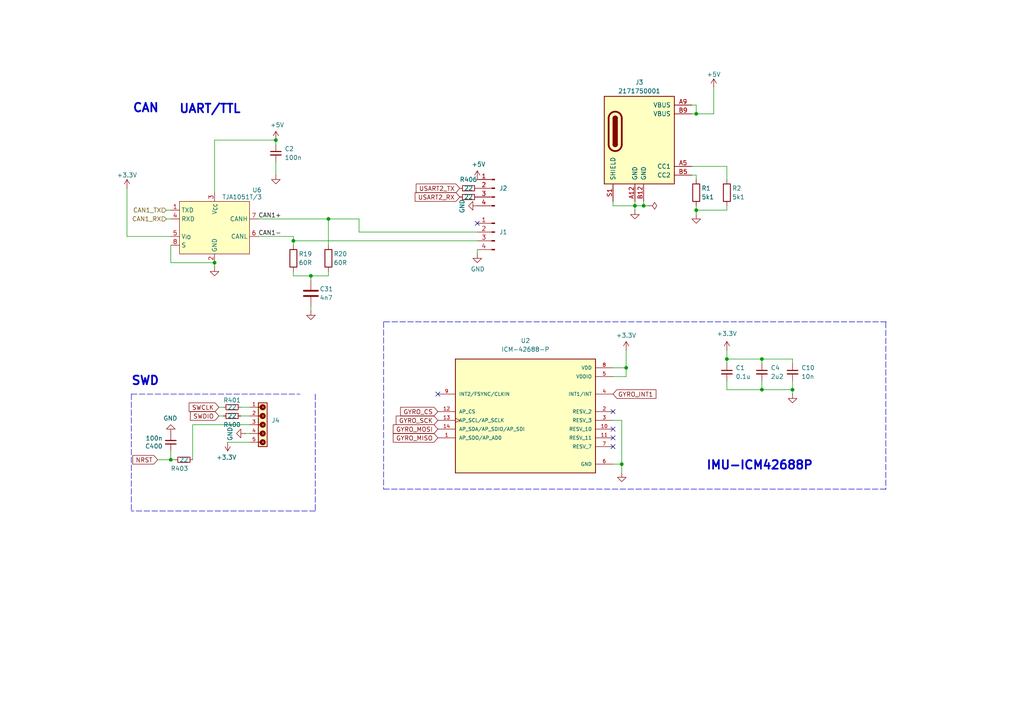
<source format=kicad_sch>
(kicad_sch (version 20250114) (generator "eeschema") (generator_version "9.0")
  (paper "A4")
  (lib_symbols
    (symbol "CONN-HEADER-VERT-5POS-2.54MM:6130XX11121_61300511121" (pin_names (offset 1.016))
      (property "Reference" "J" (at -7.62 -1.778 0))
      (property "Value" "6130XX11121_61300511121" (at -7.62 -5.08 0))
      (symbol "6130XX11121_61300511121_0_0"
        (rectangle (start -6.35 -2.54) (end 6.35 0) (stroke (width 0.254)) (fill (type background)))
        (circle (center -5.08 -1.27) (radius 0.254) (stroke (width 0.635)))
        (polyline (pts (xy -5.08 -1.27) (xy -5.08 -2.54)) (stroke (width 0.254)))
        (circle (center -2.54 -1.27) (radius 0.254) (stroke (width 0.635)))
        (polyline (pts (xy -2.54 -1.27) (xy -2.54 -2.54)) (stroke (width 0.254)))
        (polyline (pts (xy 0 -1.27) (xy 0 -2.54)) (stroke (width 0.254)))
        (circle (center 0 -1.27) (radius 0.254) (stroke (width 0.635)))
        (polyline (pts (xy 2.54 -1.27) (xy 2.54 -2.54)) (stroke (width 0.254)))
        (circle (center 2.54 -1.27) (radius 0.254) (stroke (width 0.635)))
        (polyline (pts (xy 5.08 -1.27) (xy 5.08 -2.54)) (stroke (width 0.254)))
        (circle (center 5.08 -1.27) (radius 0.254) (stroke (width 0.635)))
        (pin passive line (at -5.08 -5.08 90) (length 2.54) (name "~") (number "1"))
        (pin passive line (at -2.54 -5.08 90) (length 2.54) (name "~") (number "2"))
        (pin passive line (at 0 -5.08 90) (length 2.54) (name "~") (number "3"))
        (pin passive line (at 2.54 -5.08 90) (length 2.54) (name "~") (number "4"))
        (pin passive line (at 5.08 -5.08 90) (length 2.54) (name "~") (number "5"))
      )
    )
    (symbol "Connector:Conn_01x04_Pin" (pin_names (offset 1.016) (hide yes))
      (property "Reference" "J" (at 0 5.08 0))
      (property "Value" "Conn_01x04_Pin" (at 0 -7.62 0))
      (symbol "Conn_01x04_Pin_1_1"
        (rectangle (start 0.8636 2.667) (end 0 2.413) (stroke (width 0.1524)) (fill (type outline)))
        (rectangle (start 0.8636 0.127) (end 0 -0.127) (stroke (width 0.1524)) (fill (type outline)))
        (rectangle (start 0.8636 -2.413) (end 0 -2.667) (stroke (width 0.1524)) (fill (type outline)))
        (rectangle (start 0.8636 -4.953) (end 0 -5.207) (stroke (width 0.1524)) (fill (type outline)))
        (polyline (pts (xy 1.27 2.54) (xy 0.8636 2.54)) (stroke (width 0.1524)))
        (polyline (pts (xy 1.27 0) (xy 0.8636 0)) (stroke (width 0.1524)))
        (polyline (pts (xy 1.27 -2.54) (xy 0.8636 -2.54)) (stroke (width 0.1524)))
        (polyline (pts (xy 1.27 -5.08) (xy 0.8636 -5.08)) (stroke (width 0.1524)))
        (pin passive line (at 5.08 2.54 180) (length 3.81) (name "Pin_1") (number "1"))
        (pin passive line (at 5.08 0 180) (length 3.81) (name "Pin_2") (number "2"))
        (pin passive line (at 5.08 -2.54 180) (length 3.81) (name "Pin_3") (number "3"))
        (pin passive line (at 5.08 -5.08 180) (length 3.81) (name "Pin_4") (number "4"))
      )
    )
    (symbol "Device:C" (pin_numbers (hide yes)) (pin_names (offset 0.254))
      (property "Reference" "C" (at 0.635 2.54 0))
      (property "Value" "C" (at 0.635 -2.54 0))
      (symbol "C_0_1"
        (polyline (pts (xy -2.032 0.762) (xy 2.032 0.762)) (stroke (width 0.508)))
        (polyline (pts (xy -2.032 -0.762) (xy 2.032 -0.762)) (stroke (width 0.508)))
      )
      (symbol "C_1_1"
        (pin passive line (at 0 3.81 270) (length 2.794) (name "~") (number "1"))
        (pin passive line (at 0 -3.81 90) (length 2.794) (name "~") (number "2"))
      )
    )
    (symbol "Device:C_Small" (pin_numbers (hide yes)) (pin_names (offset 0.254) (hide yes))
      (property "Reference" "C" (at 0.254 1.778 0))
      (property "Value" "C_Small" (at 0.254 -2.032 0))
      (symbol "C_Small_0_1"
        (polyline (pts (xy -1.524 0.508) (xy 1.524 0.508)) (stroke (width 0.3048)))
        (polyline (pts (xy -1.524 -0.508) (xy 1.524 -0.508)) (stroke (width 0.3302)))
      )
      (symbol "C_Small_1_1"
        (pin passive line (at 0 2.54 270) (length 2.032) (name "~") (number "1"))
        (pin passive line (at 0 -2.54 90) (length 2.032) (name "~") (number "2"))
      )
    )
    (symbol "Device:R" (pin_numbers (hide yes)) (pin_names (offset 0))
      (property "Reference" "R" (at 2.032 0 90))
      (property "Value" "R" (at 0 0 90))
      (symbol "R_0_1"
        (rectangle (start -1.016 -2.54) (end 1.016 2.54) (stroke (width 0.254)))
      )
      (symbol "R_1_1"
        (pin passive line (at 0 3.81 270) (length 1.27) (name "~") (number "1"))
        (pin passive line (at 0 -3.81 90) (length 1.27) (name "~") (number "2"))
      )
    )
    (symbol "Device:R_Small" (pin_numbers (hide yes)) (pin_names (offset 0.254) (hide yes))
      (property "Reference" "R" (at 0 0 90))
      (property "Value" "R_Small" (at 1.778 0 90))
      (symbol "R_Small_0_1"
        (rectangle (start -0.762 1.778) (end 0.762 -1.778) (stroke (width 0.2032)))
      )
      (symbol "R_Small_1_1"
        (pin passive line (at 0 2.54 270) (length 0.762) (name "~") (number "1"))
        (pin passive line (at 0 -2.54 90) (length 0.762) (name "~") (number "2"))
      )
    )
    (symbol "ICM-42688-P:ICM-42688-P" (pin_names (offset 1.016))
      (property "Reference" "U" (at -20.32 16.002 0))
      (property "Value" "ICM-42688-P" (at -20.32 -20.32 0))
      (symbol "ICM-42688-P_0_0"
        (rectangle (start -20.32 -17.78) (end 20.32 15.24) (stroke (width 0.254)) (fill (type background)))
        (pin bidirectional line (at -25.4 5.08 0) (length 5.08) (name "INT2/FSYNC/CLKIN") (number "9"))
        (pin input line (at -25.4 0 0) (length 5.08) (name "AP_CS") (number "12"))
        (pin input clock (at -25.4 -2.54 0) (length 5.08) (name "AP_SCL/AP_SCLK") (number "13"))
        (pin bidirectional line (at -25.4 -5.08 0) (length 5.08) (name "AP_SDA/AP_SDIO/AP_SDI") (number "14"))
        (pin bidirectional line (at -25.4 -7.62 0) (length 5.08) (name "AP_SDO/AP_AD0") (number "1"))
        (pin power_in line (at 25.4 12.7 180) (length 5.08) (name "VDD") (number "8"))
        (pin power_in line (at 25.4 10.16 180) (length 5.08) (name "VDDIO") (number "5"))
        (pin output line (at 25.4 5.08 180) (length 5.08) (name "INT1/INT") (number "4"))
        (pin passive line (at 25.4 0 180) (length 5.08) (name "RESV_2") (number "2"))
        (pin passive line (at 25.4 -2.54 180) (length 5.08) (name "RESV_3") (number "3"))
        (pin passive line (at 25.4 -5.08 180) (length 5.08) (name "RESV_10") (number "10"))
        (pin passive line (at 25.4 -7.62 180) (length 5.08) (name "RESV_11") (number "11"))
        (pin passive line (at 25.4 -10.16 180) (length 5.08) (name "RESV_7") (number "7"))
        (pin power_in line (at 25.4 -15.24 180) (length 5.08) (name "GND") (number "6"))
      )
    )
    (symbol "common:molex_2171750001_usb_c_6p" (pin_names (offset 1.016))
      (property "Reference" "J" (at 0 16.51 0))
      (property "Value" "2171750001" (at 0 13.97 0))
      (symbol "molex_2171750001_usb_c_6p_0_1"
        (rectangle (start -10.16 12.7) (end 10.16 -12.7) (stroke (width 0.254)) (fill (type background)))
        (polyline (pts (xy -8.89 -1.27) (xy -8.89 6.35)) (stroke (width 0.508)))
        (rectangle (start -7.62 -1.27) (end -6.35 6.35) (stroke (width 0.254)) (fill (type outline)))
        (arc (start -7.62 6.35) (mid -6.985 6.9823) (end -6.35 6.35) (stroke (width 0.254)))
        (arc (start -7.62 6.35) (mid -6.985 6.9823) (end -6.35 6.35) (stroke (width 0.254)) (fill (type outline)))
        (arc (start -8.89 6.35) (mid -6.985 8.2467) (end -5.08 6.35) (stroke (width 0.508)))
        (arc (start -5.08 -1.27) (mid -6.985 -3.1667) (end -8.89 -1.27) (stroke (width 0.508)))
        (arc (start -6.35 -1.27) (mid -6.985 -1.9023) (end -7.62 -1.27) (stroke (width 0.254)))
        (arc (start -6.35 -1.27) (mid -6.985 -1.9023) (end -7.62 -1.27) (stroke (width 0.254)) (fill (type outline)))
        (polyline (pts (xy -5.08 6.35) (xy -5.08 -1.27)) (stroke (width 0.508)))
      )
      (symbol "molex_2171750001_usb_c_6p_1_1"
        (pin passive line (at -7.62 -17.78 90) (length 5.08) (name "SHIELD") (number "S1"))
        (pin passive line (at -1.27 -17.78 90) (length 5.08) (name "GND") (number "A12"))
        (pin passive line (at 1.27 -17.78 90) (length 5.08) (name "GND") (number "B12"))
        (pin passive line (at 15.24 10.16 180) (length 5.08) (name "VBUS") (number "A9"))
        (pin passive line (at 15.24 7.62 180) (length 5.08) (name "VBUS") (number "B9"))
        (pin bidirectional line (at 15.24 -7.62 180) (length 5.08) (name "CC1") (number "A5"))
        (pin bidirectional line (at 15.24 -10.16 180) (length 5.08) (name "CC2") (number "B5"))
      )
    )
    (symbol "nxp:tja1051t-3"
      (property "Reference" "U" (at 2.54 11.43 0))
      (property "Value" "TJA1051T/3" (at 2.54 8.89 0))
      (symbol "tja1051t-3_1_1"
        (rectangle (start -10.16 7.62) (end 10.16 -7.62) (fill (type background)))
        (pin input line (at -12.7 5.08 0) (length 2.54) (name "TXD") (number "1"))
        (pin output line (at -12.7 2.54 0) (length 2.54) (name "RXD") (number "4"))
        (pin power_in line (at -12.7 -2.54 0) (length 2.54) (name "V_{IO}") (number "5"))
        (pin input line (at -12.7 -5.08 0) (length 2.54) (name "S") (number "8"))
        (pin power_in line (at 0 10.16 270) (length 2.54) (name "V_{CC}") (number "3"))
        (pin power_in line (at 0 -10.16 90) (length 2.54) (name "GND") (number "2"))
        (pin bidirectional line (at 12.7 2.54 180) (length 2.54) (name "CANH") (number "7"))
        (pin bidirectional line (at 12.7 -2.54 180) (length 2.54) (name "CANL") (number "6"))
      )
    )
    (symbol "power:+3.3V" (power) (pin_numbers (hide yes)) (pin_names (offset 0) (hide yes))
      (property "Value" "+3.3V" (at 0 3.556 0))
      (symbol "+3.3V_0_1"
        (polyline (pts (xy -0.762 1.27) (xy 0 2.54)))
        (polyline (pts (xy 0 2.54) (xy 0.762 1.27)))
        (polyline (pts (xy 0 0) (xy 0 2.54)))
      )
      (symbol "+3.3V_1_1"
        (pin power_in line (at 0 0 90) (length 0) (name "~") (number "1"))
      )
    )
    (symbol "power:+3V3" (power) (pin_numbers (hide yes)) (pin_names (offset 0) (hide yes))
      (property "Value" "+3V3" (at 0 3.556 0))
      (symbol "+3V3_0_1"
        (polyline (pts (xy -0.762 1.27) (xy 0 2.54)))
        (polyline (pts (xy 0 2.54) (xy 0.762 1.27)))
        (polyline (pts (xy 0 0) (xy 0 2.54)))
      )
      (symbol "+3V3_1_1"
        (pin power_in line (at 0 0 90) (length 0) (name "~") (number "1"))
      )
    )
    (symbol "power:+5V" (power) (pin_numbers (hide yes)) (pin_names (offset 0) (hide yes))
      (property "Value" "+5V" (at 0 3.556 0))
      (symbol "+5V_0_1"
        (polyline (pts (xy -0.762 1.27) (xy 0 2.54)))
        (polyline (pts (xy 0 2.54) (xy 0.762 1.27)))
        (polyline (pts (xy 0 0) (xy 0 2.54)))
      )
      (symbol "+5V_1_1"
        (pin power_in line (at 0 0 90) (length 0) (name "~") (number "1"))
      )
    )
    (symbol "power:GND" (power) (pin_numbers (hide yes)) (pin_names (offset 0) (hide yes))
      (property "Value" "GND" (at 0 -3.81 0))
      (symbol "GND_0_1"
        (polyline (pts (xy 0 0) (xy 0 -1.27) (xy 1.27 -1.27) (xy 0 -2.54) (xy -1.27 -1.27) (xy 0 -1.27)))
      )
      (symbol "GND_1_1"
        (pin power_in line (at 0 0 270) (length 0) (name "~") (number "1"))
      )
    )
    (symbol "power:PWR_FLAG" (power) (pin_numbers (hide yes)) (pin_names (offset 0) (hide yes))
      (property "Value" "PWR_FLAG" (at 0 3.81 0))
      (symbol "PWR_FLAG_0_0"
        (pin power_out line (at 0 0 90) (length 0) (name "~") (number "1"))
      )
      (symbol "PWR_FLAG_0_1"
        (polyline (pts (xy 0 0) (xy 0 1.27) (xy -1.016 1.905) (xy 0 2.54) (xy 1.016 1.905) (xy 0 1.27)))
      )
    )
  )
  (text "SWD" (at 37.973 112.014 0) (effects (font (size 2.4892 2.4892) (thickness 0.4978) (bold yes)) (justify left bottom)))
  (text "IMU-ICM42688P\n" (at 204.724 136.525 0) (effects (font (size 2.4892 2.4892) (thickness 0.4978) (bold yes)) (justify left bottom)))
  (text "CAN\n" (at 38.354 32.893 0) (effects (font (size 2.4892 2.4892) (thickness 0.4978) (bold yes)) (justify left bottom)))
  (text "UART/TTL" (at 51.816 33.147 0) (effects (font (size 2.4892 2.4892) (thickness 0.4978) (bold yes)) (justify left bottom)))
  (junction (at 95.25 63.5))
  (junction (at 90.17 80.01))
  (junction (at 184.15 59.69))
  (junction (at 220.98 104.14))
  (junction (at 201.93 60.96))
  (junction (at 210.82 104.14))
  (junction (at 220.98 113.03))
  (junction (at 62.23 76.2))
  (junction (at 49.53 133.35))
  (junction (at 180.34 134.62))
  (junction (at 186.69 59.69))
  (junction (at 229.87 113.03))
  (junction (at 80.01 40.64))
  (junction (at 201.93 33.02))
  (junction (at 85.09 69.85))
  (junction (at 181.61 106.68))
  (no_connect (at 138.43 64.77))
  (no_connect (at 177.8 129.54))
  (no_connect (at 177.8 119.38))
  (no_connect (at 127 114.3))
  (no_connect (at 177.8 124.46))
  (no_connect (at 177.8 127))
  (polyline (pts (xy 38.1 114.3) (xy 86.995 114.3)) (stroke (width 0) (type dash)))
  (wire (pts (xy 184.15 58.42) (xy 184.15 59.69)))
  (wire (pts (xy 74.93 68.58) (xy 85.09 68.58)))
  (wire (pts (xy 85.09 68.58) (xy 85.09 69.85)))
  (polyline (pts (xy 91.44 148.209) (xy 38.1 148.209)) (stroke (width 0) (type dash)))
  (wire (pts (xy 201.93 59.69) (xy 201.93 60.96)))
  (wire (pts (xy 62.23 77.47) (xy 62.23 76.2)))
  (wire (pts (xy 200.66 30.48) (xy 201.93 30.48)))
  (polyline (pts (xy 256.921 93.472) (xy 256.921 141.986)) (stroke (width 0) (type dash)))
  (wire (pts (xy 90.17 80.01) (xy 95.25 80.01)))
  (wire (pts (xy 177.8 134.62) (xy 180.34 134.62)))
  (wire (pts (xy 210.82 59.69) (xy 210.82 60.96)))
  (wire (pts (xy 45.72 133.35) (xy 49.53 133.35)))
  (wire (pts (xy 72.39 125.73) (xy 71.12 125.73)))
  (wire (pts (xy 207.01 25.4) (xy 207.01 33.02)))
  (wire (pts (xy 49.53 133.35) (xy 50.8 133.35)))
  (wire (pts (xy 95.25 63.5) (xy 95.25 71.12)))
  (wire (pts (xy 69.85 120.65) (xy 72.39 120.65)))
  (polyline (pts (xy 38.1 147.955) (xy 38.1 114.3)) (stroke (width 0) (type dash)))
  (wire (pts (xy 95.25 80.01) (xy 95.25 78.74)))
  (wire (pts (xy 200.66 33.02) (xy 201.93 33.02)))
  (wire (pts (xy 104.14 63.5) (xy 104.14 67.31)))
  (wire (pts (xy 180.34 121.92) (xy 180.34 134.62)))
  (wire (pts (xy 177.8 121.92) (xy 180.34 121.92)))
  (wire (pts (xy 74.93 63.5) (xy 95.25 63.5)))
  (wire (pts (xy 90.17 90.17) (xy 90.17 88.9)))
  (wire (pts (xy 229.87 110.49) (xy 229.87 113.03)))
  (wire (pts (xy 62.23 40.64) (xy 62.23 55.88)))
  (wire (pts (xy 177.8 58.42) (xy 177.8 59.69)))
  (wire (pts (xy 180.34 134.62) (xy 180.34 137.16)))
  (wire (pts (xy 201.93 50.8) (xy 201.93 52.07)))
  (wire (pts (xy 55.88 133.35) (xy 55.88 123.19)))
  (wire (pts (xy 80.01 40.64) (xy 62.23 40.64)))
  (wire (pts (xy 181.61 101.6) (xy 181.61 106.68)))
  (wire (pts (xy 229.87 114.3) (xy 229.87 113.03)))
  (wire (pts (xy 36.83 54.61) (xy 36.83 68.58)))
  (polyline (pts (xy 111.379 93.345) (xy 257.175 93.345)) (stroke (width 0) (type dash)))
  (wire (pts (xy 186.69 58.42) (xy 186.69 59.69)))
  (wire (pts (xy 63.5 120.65) (xy 64.77 120.65)))
  (wire (pts (xy 95.25 63.5) (xy 104.14 63.5)))
  (wire (pts (xy 177.8 59.69) (xy 184.15 59.69)))
  (wire (pts (xy 177.8 106.68) (xy 181.61 106.68)))
  (wire (pts (xy 186.69 59.69) (xy 187.96 59.69)))
  (polyline (pts (xy 91.44 114.3) (xy 91.44 148.209)) (stroke (width 0) (type dash)))
  (wire (pts (xy 69.85 118.11) (xy 72.39 118.11)))
  (wire (pts (xy 229.87 105.41) (xy 229.87 104.14)))
  (wire (pts (xy 210.82 104.14) (xy 220.98 104.14)))
  (wire (pts (xy 201.93 50.8) (xy 200.66 50.8)))
  (wire (pts (xy 201.93 60.96) (xy 210.82 60.96)))
  (wire (pts (xy 63.5 118.11) (xy 64.77 118.11)))
  (wire (pts (xy 66.04 128.27) (xy 72.39 128.27)))
  (wire (pts (xy 201.93 30.48) (xy 201.93 33.02)))
  (wire (pts (xy 48.26 63.5) (xy 49.53 63.5)))
  (wire (pts (xy 220.98 104.14) (xy 220.98 105.41)))
  (wire (pts (xy 210.82 48.26) (xy 210.82 52.07)))
  (wire (pts (xy 177.8 109.22) (xy 181.61 109.22)))
  (wire (pts (xy 184.15 59.69) (xy 184.15 60.96)))
  (wire (pts (xy 48.26 60.96) (xy 49.53 60.96)))
  (wire (pts (xy 90.17 80.01) (xy 90.17 81.28)))
  (wire (pts (xy 210.82 113.03) (xy 220.98 113.03)))
  (wire (pts (xy 49.53 71.12) (xy 49.53 76.2)))
  (wire (pts (xy 85.09 80.01) (xy 90.17 80.01)))
  (wire (pts (xy 210.82 110.49) (xy 210.82 113.03)))
  (wire (pts (xy 85.09 69.85) (xy 85.09 71.12)))
  (polyline (pts (xy 111.252 141.859) (xy 257.048 141.859)) (stroke (width 0) (type dash)))
  (wire (pts (xy 49.53 76.2) (xy 62.23 76.2)))
  (wire (pts (xy 200.66 48.26) (xy 210.82 48.26)))
  (wire (pts (xy 201.93 33.02) (xy 207.01 33.02)))
  (wire (pts (xy 181.61 109.22) (xy 181.61 106.68)))
  (wire (pts (xy 49.53 130.81) (xy 49.53 133.35)))
  (wire (pts (xy 80.01 40.64) (xy 80.01 41.91)))
  (wire (pts (xy 85.09 78.74) (xy 85.09 80.01)))
  (wire (pts (xy 184.15 59.69) (xy 186.69 59.69)))
  (wire (pts (xy 210.82 105.41) (xy 210.82 104.14)))
  (wire (pts (xy 55.88 123.19) (xy 72.39 123.19)))
  (wire (pts (xy 210.82 101.6) (xy 210.82 104.14)))
  (wire (pts (xy 36.83 68.58) (xy 49.53 68.58)))
  (wire (pts (xy 80.01 46.99) (xy 80.01 50.8)))
  (wire (pts (xy 220.98 110.49) (xy 220.98 113.03)))
  (wire (pts (xy 104.14 67.31) (xy 138.43 67.31)))
  (wire (pts (xy 138.43 73.66) (xy 138.43 72.39)))
  (wire (pts (xy 201.93 60.96) (xy 201.93 62.23)))
  (polyline (pts (xy 111.252 93.345) (xy 111.252 141.859)) (stroke (width 0) (type dash)))
  (wire (pts (xy 220.98 104.14) (xy 229.87 104.14)))
  (wire (pts (xy 220.98 113.03) (xy 229.87 113.03)))
  (wire (pts (xy 85.09 69.85) (xy 138.43 69.85)))
  (label "CAN1+" (at 74.93 63.5 0))
  (label "CAN1-" (at 74.93 68.58 0))
  (global_label "USART2_RX" (shape input) (at 133.35 57.15 180) (property "Intersheetrefs" "${INTERSHEET_REFS}" (effects (hide yes))))
  (global_label "GYRO_CS" (shape input) (at 127 119.38 180) (property "Intersheetrefs" "${INTERSHEET_REFS}" (effects (hide yes))))
  (global_label "GYRO_MISO" (shape input) (at 127 127 180) (property "Intersheetrefs" "${INTERSHEET_REFS}" (effects (hide yes))))
  (global_label "GYRO_INT1" (shape input) (at 177.8 114.3 0) (property "Intersheetrefs" "${INTERSHEET_REFS}" (effects (hide yes))))
  (global_label "GYRO_MOSI" (shape input) (at 127 124.46 180) (property "Intersheetrefs" "${INTERSHEET_REFS}" (effects (hide yes))))
  (global_label "SWDIO" (shape input) (at 63.5 120.65 180) (property "Intersheetrefs" "${INTERSHEET_REFS}" (effects (hide yes))))
  (global_label "USART2_TX" (shape input) (at 133.35 54.61 180) (property "Intersheetrefs" "${INTERSHEET_REFS}" (effects (hide yes))))
  (global_label "GYRO_SCK" (shape input) (at 127 121.92 180) (property "Intersheetrefs" "${INTERSHEET_REFS}" (effects (hide yes))))
  (global_label "NRST" (shape input) (at 45.72 133.35 180) (property "Intersheetrefs" "${INTERSHEET_REFS}" (effects (hide yes))))
  (global_label "SWCLK" (shape input) (at 63.5 118.11 180) (property "Intersheetrefs" "${INTERSHEET_REFS}" (effects (hide yes))))
  (hierarchical_label "CAN1_TX" (shape input) (at 48.26 60.96 180))
  (hierarchical_label "CAN1_RX" (shape input) (at 48.26 63.5 180))
  (symbol (lib_id "power:+3.3V") (at 138.43 52.07 0) (unit 1)
    (property "Reference" "#PWR056" (effects (hide yes)))
    (property "Value" "+5V" (at 138.811 47.6758 0))
  )
  (symbol (lib_id "power:GND") (at 138.43 73.66 0) (unit 1)
    (property "Reference" "#PWR057" (effects (hide yes)))
    (property "Value" "GND" (at 138.557 78.0542 0))
    (property "Description" "Power symbol creates a global label with name \"GND\" , ground" (effects (hide yes)))
  )
  (symbol (lib_id "Device:R_Small") (at 135.89 54.61 270) (unit 1)
    (property "Reference" "R406" (at 135.89 52.07 90))
    (property "Value" "22" (at 135.89 54.61 90))
    (property "Footprint" "Resistor_SMD:R_0402_1005Metric" (effects (hide yes)))
    (property "LCSC Part #" "C25092" (effects (hide yes)))
  )
  (symbol (lib_id "Device:R_Small") (at 135.89 57.15 270) (unit 1)
    (property "Reference" "R407" (effects (hide yes)))
    (property "Value" "22" (at 135.89 57.15 90))
    (property "Footprint" "Resistor_SMD:R_0402_1005Metric" (effects (hide yes)))
    (property "LCSC Part #" "C25092" (effects (hide yes)))
  )
  (symbol (lib_id "Device:R_Small") (at 67.31 120.65 90) (unit 1)
    (property "Reference" "R400" (at 67.31 123.19 90))
    (property "Value" "22" (at 67.31 120.65 90))
    (property "Footprint" "Resistor_SMD:R_0402_1005Metric" (effects (hide yes)))
    (property "LCSC Part #" "C25092" (effects (hide yes)))
  )
  (symbol (lib_id "Device:R_Small") (at 67.31 118.11 90) (unit 1)
    (property "Reference" "R401" (at 67.31 116.078 90))
    (property "Value" "22" (at 67.31 118.11 90))
    (property "Footprint" "Resistor_SMD:R_0402_1005Metric" (effects (hide yes)))
    (property "LCSC Part #" "C25092" (effects (hide yes)))
  )
  (symbol (lib_id "Device:R_Small") (at 53.34 133.35 90) (unit 1)
    (property "Reference" "R403" (at 52.07 135.89 90))
    (property "Value" "22" (at 53.34 133.35 90))
    (property "Footprint" "Resistor_SMD:R_0402_1005Metric" (effects (hide yes)))
    (property "LCSC Part #" "C25092" (effects (hide yes)))
  )
  (symbol (lib_id "Device:C_Small") (at 49.53 128.27 180) (unit 1)
    (property "Reference" "C400" (at 47.1932 129.4384 0) (effects (justify left)))
    (property "Value" "100n" (at 47.1932 127.127 0) (effects (justify left)))
    (property "Footprint" "Capacitor_SMD:C_0402_1005Metric" (effects (hide yes)))
    (property "LCSC Part #" "C1525" (effects (hide yes)))
  )
  (symbol (lib_id "power:+3.3V") (at 66.04 128.27 180) (unit 1)
    (property "Reference" "#PWR069" (effects (hide yes)))
    (property "Value" "+3.3V" (at 65.659 132.6642 0))
  )
  (symbol (lib_id "power:GND") (at 71.12 125.73 270) (unit 1)
    (property "Reference" "#PWR070" (effects (hide yes)))
    (property "Value" "GND" (at 66.7258 125.857 0))
    (property "Description" "Power symbol creates a global label with name \"GND\" , ground" (effects (hide yes)))
  )
  (symbol (lib_id "power:GND") (at 49.53 125.73 180) (unit 1)
    (property "Reference" "#PWR071" (effects (hide yes)))
    (property "Value" "GND" (at 49.403 121.3358 0))
    (property "Description" "Power symbol creates a global label with name \"GND\" , ground" (effects (hide yes)))
  )
  (symbol (lib_id "power:GND") (at 62.23 77.47 0) (unit 1)
    (property "Reference" "#PWR092" (effects (hide yes)))
    (property "Value" "GND" (effects (hide yes)))
    (property "Description" "Power symbol creates a global label with name \"GND\" , ground" (effects (hide yes)))
  )
  (symbol (lib_id "power:GND") (at 80.01 50.8 0) (unit 1)
    (property "Reference" "#PWR088" (effects (hide yes)))
    (property "Value" "GND" (effects (hide yes)))
    (property "Description" "Power symbol creates a global label with name \"GND\" , ground" (effects (hide yes)))
  )
  (symbol (lib_id "power:+3V3") (at 36.83 54.61 0) (unit 1)
    (property "Reference" "#PWR090" (effects (hide yes)))
    (property "Value" "+3.3V" (at 36.83 50.8 0))
    (property "Description" "Power symbol creates a global label with name \"+3V3\"" (effects (hide yes)))
  )
  (symbol (lib_id "power:+3.3V") (at 210.82 101.6 0) (unit 1)
    (property "Reference" "#PWR0101" (effects (hide yes)))
    (property "Value" "+3.3V" (at 210.82 96.774 0))
  )
  (symbol (lib_id "Device:R") (at 201.93 55.88 0) (unit 1)
    (property "Reference" "R1" (at 203.454 54.61 0) (effects (justify left)))
    (property "Value" "5k1" (at 203.454 57.15 0) (effects (justify left)))
    (property "Footprint" "Resistor_SMD:R_0603_1608Metric" (effects (hide yes)))
    (property "Description" "Resistor" (effects (hide yes)))
  )
  (symbol (lib_id "power:GND") (at 180.34 137.16 0) (unit 1)
    (property "Reference" "#PWR08" (effects (hide yes)))
    (property "Value" "GND" (effects (hide yes)))
  )
  (symbol (lib_id "power:+5V") (at 207.01 25.4 0) (unit 1)
    (property "Reference" "#PWR029" (effects (hide yes)))
    (property "Value" "+5V" (at 207.01 21.59 0))
    (property "Description" "Power symbol creates a global label with name \"+5V\"" (effects (hide yes)))
  )
  (symbol (lib_id "Device:C") (at 90.17 85.09 0) (unit 1)
    (property "Reference" "C31" (at 92.71 83.82 0) (effects (justify left)))
    (property "Value" "4n7" (at 92.71 86.36 0) (effects (justify left)))
    (property "Footprint" "Capacitor_SMD:C_0603_1608Metric" (effects (hide yes)))
    (property "Description" "Unpolarized capacitor" (effects (hide yes)))
  )
  (symbol (lib_id "Device:C_Small") (at 220.98 107.95 0) (unit 1)
    (property "Reference" "C4" (at 223.52 106.68 0) (effects (justify left)))
    (property "Value" "2u2" (at 223.52 109.22 0) (effects (justify left)))
    (property "Footprint" "Capacitor_SMD:C_0603_1608Metric" (effects (hide yes)))
    (property "LCSC Part #" "C23630" (effects (hide yes)))
  )
  (symbol (lib_id "Device:R") (at 85.09 74.93 0) (unit 1)
    (property "Reference" "R19" (at 86.614 73.66 0) (effects (justify left)))
    (property "Value" "60R" (at 86.614 76.2 0) (effects (justify left)))
    (property "Footprint" "Resistor_SMD:R_0603_1608Metric" (effects (hide yes)))
    (property "Description" "Resistor" (effects (hide yes)))
  )
  (symbol (lib_id "Device:R") (at 210.82 55.88 0) (unit 1)
    (property "Reference" "R2" (at 212.344 54.61 0) (effects (justify left)))
    (property "Value" "5k1" (at 212.344 57.15 0) (effects (justify left)))
    (property "Footprint" "Resistor_SMD:R_0603_1608Metric" (effects (hide yes)))
    (property "Description" "Resistor" (effects (hide yes)))
  )
  (symbol (lib_id "power:GND") (at 90.17 90.17 0) (unit 1)
    (property "Reference" "#PWR094" (effects (hide yes)))
    (property "Value" "GND" (effects (hide yes)))
    (property "Description" "Power symbol creates a global label with name \"GND\" , ground" (effects (hide yes)))
  )
  (symbol (lib_id "Connector:Conn_01x04_Pin") (at 143.51 67.31 0) (mirror y) (unit 1)
    (property "Reference" "J1" (at 144.78 67.31 0) (effects (justify right)))
    (property "Value" "KH-1.27PH180-1X4P-L7.2" (effects (hide yes)))
    (property "Footprint" "Connector_PinHeader_1.27mm:PinHeader_1x04_P1.27mm_Vertical" (effects (hide yes)))
  )
  (symbol (lib_id "CONN-HEADER-VERT-5POS-2.54MM:6130XX11121_61300511121") (at 77.47 123.19 270) (unit 1)
    (property "Reference" "J4" (at 78.74 121.9199 90) (effects (justify left)))
    (property "Value" "ZX-PZ2.54-1-5PZZ" (effects (hide yes)))
    (property "Footprint" "CONN-HEADER-VERT-5POS-2.54MM:CONN-HEADER-VERT-5POS-2.54MM" (effects (hide yes)))
  )
  (symbol (lib_id "nxp:tja1051t-3") (at 62.23 66.04 0) (unit 1)
    (property "Reference" "U6" (at 73.152 55.118 0) (effects (justify left)))
    (property "Value" "TJA1051T/3" (at 64.4241 57.15 0) (effects (justify left)))
    (property "Footprint" "nxp:sot96-1_soic-8" (effects (hide yes)))
    (property "Datasheet" "https://www.nxp.com/docs/en/data-sheet/TJA1051.pdf" (effects (hide yes)))
    (property "Description" "1/1 Transceiver Half CANbus 8-SO" (effects (hide yes)))
    (property "Manufacturer" "NXP USA Inc." (effects (hide yes)))
    (property "Manufacturer Part Number" "TJA1051T/3" (effects (hide yes)))
    (property "Distributor" "DigiKey" (effects (hide yes)))
    (property "Distributor Part Number" "568-8684-1-ND" (effects (hide yes)))
    (property "Distributor Link" "https://www.digikey.ca/en/products/detail/nxp-usa-inc/TJA1051T-3-118/2406253" (effects (hide yes)))
  )
  (symbol (lib_id "power:PWR_FLAG") (at 187.96 59.69 270) (unit 1)
    (property "Reference" "#FLG04" (effects (hide yes)))
    (property "Value" "PWR_FLAG" (effects (hide yes)))
    (property "Description" "Special symbol for telling ERC where power comes from" (effects (hide yes)))
  )
  (symbol (lib_id "Device:C_Small") (at 210.82 107.95 0) (unit 1)
    (property "Reference" "C1" (at 213.36 106.6862 0) (effects (justify left)))
    (property "Value" "0.1u" (at 213.36 109.2262 0) (effects (justify left)))
    (property "Footprint" "Capacitor_SMD:C_0402_1005Metric" (effects (hide yes)))
  )
  (symbol (lib_id "Device:R") (at 95.25 74.93 0) (unit 1)
    (property "Reference" "R20" (at 96.774 73.66 0) (effects (justify left)))
    (property "Value" "60R" (at 96.774 76.2 0) (effects (justify left)))
    (property "Footprint" "Resistor_SMD:R_0603_1608Metric" (effects (hide yes)))
    (property "Description" "Resistor" (effects (hide yes)))
  )
  (symbol (lib_id "power:GND") (at 138.43 59.69 270) (unit 1)
    (property "Reference" "#PWR025" (effects (hide yes)))
    (property "Value" "GND" (at 134.0358 59.817 0))
    (property "Description" "Power symbol creates a global label with name \"GND\" , ground" (effects (hide yes)))
  )
  (symbol (lib_id "power:GND") (at 229.87 114.3 0) (unit 1)
    (property "Reference" "#PWR010" (effects (hide yes)))
    (property "Value" "GND" (effects (hide yes)))
  )
  (symbol (lib_id "common:molex_2171750001_usb_c_6p") (at 185.42 40.64 0) (unit 1)
    (property "Reference" "J3" (at 185.42 23.876 0))
    (property "Value" "2171750001" (at 185.42 26.416 0))
    (property "Footprint" "common:molex_2171750001_usb_c_6p" (effects (hide yes)))
    (property "Datasheet" "https://www.molex.com/en-us/products/part-detail/2171750001" (effects (hide yes)))
    (property "Description" "Universal Serial Bus (USB) Shielded I/O Receptacle, Type C, Right-Angle, Surface Mount, Top Mount, 6 Circuits, Gold (Au) Plating, USB Power-Only 6P Type-C Receptacle connector" (effects (hide yes)))
    (property "Manufacturer" "Molex" (effects (hide yes)))
    (property "Manufacturer Part Number" "2171750001" (effects (hide yes)))
    (property "Distributor" "DigiKey" (effects (hide yes)))
    (property "Distributor Part Number" "900-2171750001CT-ND" (effects (hide yes)))
    (property "Distributor Link" "https://www.digikey.ca/en/products/detail/molex/2171750001/13913745" (effects (hide yes)))
  )
  (symbol (lib_id "power:GND") (at 184.15 60.96 0) (unit 1)
    (property "Reference" "#PWR0102" (effects (hide yes)))
    (property "Value" "GND" (effects (hide yes)))
    (property "Description" "Power symbol creates a global label with name \"GND\" , ground" (effects (hide yes)))
  )
  (symbol (lib_id "power:+3.3V") (at 181.61 101.6 0) (unit 1)
    (property "Reference" "#PWR09" (effects (hide yes)))
    (property "Value" "+3.3V" (at 181.61 97.282 0))
  )
  (symbol (lib_id "ICM-42688-P:ICM-42688-P") (at 152.4 119.38 0) (unit 1)
    (property "Reference" "U2" (at 152.4 98.806 0))
    (property "Value" "ICM-42688-P" (at 152.4 101.346 0))
    (property "Footprint" "ICM_42688_P:PQFN50P300X250X97-14N" (effects (hide yes)))
    (property "PARTREV" "1.2" (effects (hide yes)))
    (property "STANDARD" "IPC-7351B" (effects (hide yes)))
    (property "MAXIMUM_PACKAGE_HEIGHT" "0.97mm" (effects (hide yes)))
    (property "MANUFACTURER" "TDK InvenSense" (effects (hide yes)))
  )
  (symbol (lib_id "Connector:Conn_01x04_Pin") (at 143.51 54.61 0) (mirror y) (unit 1)
    (property "Reference" "J2" (at 144.78 54.61 0) (effects (justify right)))
    (property "Value" "KH-1.27PH180-1X4P-L7.2" (effects (hide yes)))
    (property "Footprint" "Connector_PinHeader_1.27mm:PinHeader_1x04_P1.27mm_Vertical" (effects (hide yes)))
  )
  (symbol (lib_id "Device:C_Small") (at 80.01 44.45 0) (unit 1)
    (property "Reference" "C2" (at 82.55 43.18 0) (effects (justify left)))
    (property "Value" "100n" (at 82.55 45.72 0) (effects (justify left)))
    (property "Footprint" "Capacitor_SMD:C_0402_1005Metric" (effects (hide yes)))
    (property "LCSC Part #" "C1525" (effects (hide yes)))
  )
  (symbol (lib_id "Device:C_Small") (at 229.87 107.95 0) (unit 1)
    (property "Reference" "C10" (at 232.41 106.6862 0) (effects (justify left)))
    (property "Value" "10n" (at 232.41 109.2262 0) (effects (justify left)))
    (property "Footprint" "Capacitor_SMD:C_0201_0603Metric" (effects (hide yes)))
  )
  (symbol (lib_id "power:GND") (at 201.93 62.23 0) (unit 1)
    (property "Reference" "#PWR013" (effects (hide yes)))
    (property "Value" "GND" (effects (hide yes)))
    (property "Description" "Power symbol creates a global label with name \"GND\" , ground" (effects (hide yes)))
  )
  (symbol (lib_id "power:+5V") (at 80.01 40.64 0) (unit 1)
    (property "Reference" "#PWR02" (effects (hide yes)))
    (property "Value" "+5V" (at 80.391 36.2458 0))
  )
)
</source>
